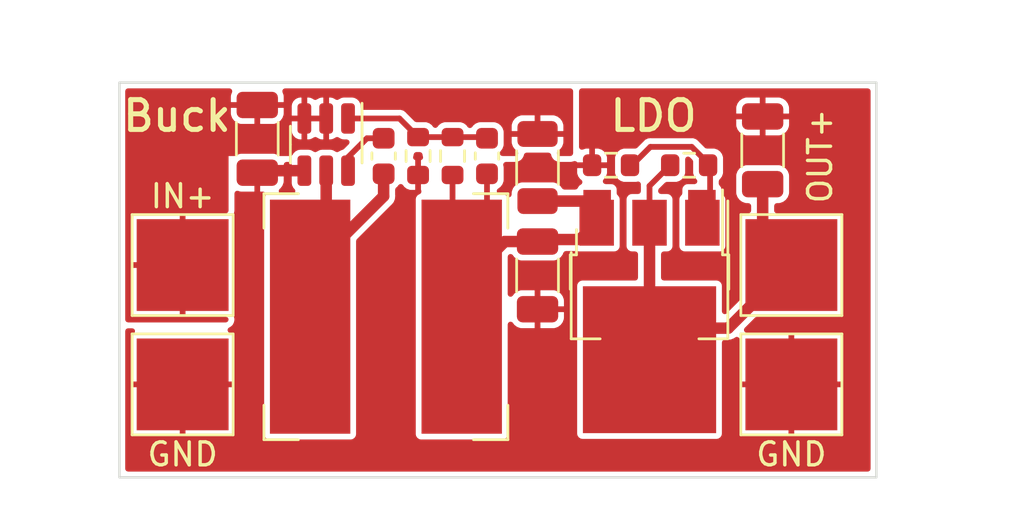
<source format=kicad_pcb>
(kicad_pcb (version 20211014) (generator pcbnew)
  (layers (0 "F.Cu" signal) (31 "B.Cu" signal) (34 "B.Paste" user) (35 "F.Paste" user) (36 "B.SilkS" user "B.Silkscreen") (37 "F.SilkS" user "F.Silkscreen") (38 "B.Mask" user) (39 "F.Mask" user) (44 "Edge.Cuts" user))
  (net 0 "")
  (net 1 "Net-(C1-Pad1)")
  (net 2 "GND")
  (net 3 "Net-(C101-Pad1)")
  (net 4 "Net-(C104-Pad1)")
  (net 5 "Net-(C104-Pad2)")
  (net 6 "Net-(C105-Pad1)")
  (net 7 "Net-(C105-Pad2)")
  (net 8 "Net-(R2-Pad1)")
  (footprint "TestPoint:TestPoint_Pad_4.0x4.0mm" (layer "F.Cu") (at 119.75 68.95)
    (fp_text reference "TP2" hide)
    (fp_text value "PAD")
    (fp_line (start -2.2 -2.2) (end 2.2 -2.2) (layer "F.SilkS") (width 0.12))
    (fp_line (start 2.2 2.2) (end -2.2 2.2) (layer "F.SilkS") (width 0.12))
    (fp_line (start -2.2 2.2) (end -2.2 -2.2) (layer "F.SilkS") (width 0.12))
    (fp_line (start 2.2 -2.2) (end 2.2 2.2) (layer "F.SilkS") (width 0.12))
    (pad "1" smd rect (at 0 0) (size 4 4) (layers "F.Cu" "F.Mask") (net 2 "GND"))
  )
  (footprint "TestPoint:TestPoint_Pad_4.0x4.0mm" (layer "F.Cu") (at 146.25 68.95)
    (fp_text reference "TP4" hide)
    (fp_text value "PAD")
    (fp_line (start 2.2 -2.2) (end 2.2 2.2) (layer "F.SilkS") (width 0.12))
    (fp_line (start -2.2 2.2) (end -2.2 -2.2) (layer "F.SilkS") (width 0.12))
    (fp_line (start 2.2 2.2) (end -2.2 2.2) (layer "F.SilkS") (width 0.12))
    (fp_line (start -2.2 -2.2) (end 2.2 -2.2) (layer "F.SilkS") (width 0.12))
    (pad "1" smd rect (at 0 0) (size 4 4) (layers "F.Cu" "F.Mask") (net 2 "GND"))
  )
  (footprint "Capacitor_SMD:C_1206_3216Metric" (layer "F.Cu") (at 123 58.25 -90)
    (fp_text reference "C101" hide)
    (fp_text value "10u 50V")
    (fp_line (start -0.711252 0.91) (end 0.711252 0.91) (layer "F.SilkS") (width 0.12))
    (fp_line (start -0.711252 -0.91) (end 0.711252 -0.91) (layer "F.SilkS") (width 0.12))
    (pad "1" smd roundrect (at -1.475 0 270) (size 1.15 1.8) (layers "F.Cu" "F.Paste" "F.Mask") (roundrect_rratio 0.2173913043) (net 3 "Net-(C101-Pad1)"))
    (pad "2" smd roundrect (at 1.475 0 270) (size 1.15 1.8) (layers "F.Cu" "F.Paste" "F.Mask") (roundrect_rratio 0.2173913043) (net 2 "GND"))
  )
  (footprint "Package_TO_SOT_SMD:SOT-223-3_TabPin2" (layer "F.Cu") (at 140.075 65.055 -90)
    (fp_text reference "U3" hide)
    (fp_text value "LM317_SOT-223")
    (fp_line (start 1.91 -3.41) (end 1.91 -2.15) (layer "F.SilkS") (width 0.12))
    (fp_line (start -4.1 -3.41) (end 1.91 -3.41) (layer "F.SilkS") (width 0.12))
    (fp_line (start -1.85 3.41) (end 1.91 3.41) (layer "F.SilkS") (width 0.12))
    (fp_line (start 1.91 3.41) (end 1.91 2.15) (layer "F.SilkS") (width 0.12))
    (pad "1" smd rect (at -3.15 -2.3 270) (size 2 1.5) (layers "F.Cu" "F.Paste" "F.Mask") (net 8 "Net-(R2-Pad1)"))
    (pad "2" smd rect (at -3.15 0 270) (size 2 1.5) (layers "F.Cu" "F.Paste" "F.Mask") (net 1 "Net-(C1-Pad1)"))
    (pad "2" smd rect (at 3.15 0 270) (size 2 3.8) (layers "F.Cu" "F.Paste" "F.Mask") (net 1 "Net-(C1-Pad1)"))
    (pad "3" smd rect (at -3.15 2.3 270) (size 2 1.5) (layers "F.Cu" "F.Paste" "F.Mask") (net 6 "Net-(C105-Pad1)"))
  )
  (footprint "Resistor_SMD:R_0603_1608Metric" (layer "F.Cu") (at 131.5 59 -90)
    (fp_text reference "R108" hide)
    (fp_text value "68k")
    (fp_line (start -0.237258 0.5225) (end 0.237258 0.5225) (layer "F.SilkS") (width 0.12))
    (fp_line (start -0.237258 -0.5225) (end 0.237258 -0.5225) (layer "F.SilkS") (width 0.12))
    (pad "1" smd roundrect (at -0.825 0 270) (size 0.8 0.95) (layers "F.Cu" "F.Paste" "F.Mask") (net 7 "Net-(C105-Pad2)"))
    (pad "2" smd roundrect (at 0.825 0 270) (size 0.8 0.95) (layers "F.Cu" "F.Paste" "F.Mask") (net 6 "Net-(C105-Pad1)"))
  )
  (footprint "Resistor_SMD:R_1206_3216Metric" (layer "F.Cu") (at 135.2 59.5 -90)
    (fp_text reference "R1" hide)
    (fp_text value "NM")
    (fp_line (start -0.727064 0.91) (end 0.727064 0.91) (layer "F.SilkS") (width 0.12))
    (fp_line (start -0.727064 -0.91) (end 0.727064 -0.91) (layer "F.SilkS") (width 0.12))
    (pad "1" smd roundrect (at -1.4625 0 270) (size 1.125 1.75) (layers "F.Cu" "F.Paste" "F.Mask") (roundrect_rratio 0.2222222222) (net 3 "Net-(C101-Pad1)"))
    (pad "2" smd roundrect (at 1.4625 0 270) (size 1.125 1.75) (layers "F.Cu" "F.Paste" "F.Mask") (roundrect_rratio 0.2222222222) (net 6 "Net-(C105-Pad1)"))
  )
  (footprint "Resistor_SMD:R_0603_1608Metric" (layer "F.Cu") (at 138.4 59.4)
    (fp_text reference "R3" hide)
    (fp_text value "13k")
    (fp_line (start -0.237258 0.5225) (end 0.237258 0.5225) (layer "F.SilkS") (width 0.12))
    (fp_line (start -0.237258 -0.5225) (end 0.237258 -0.5225) (layer "F.SilkS") (width 0.12))
    (pad "1" smd roundrect (at -0.825 0) (size 0.8 0.95) (layers "F.Cu" "F.Paste" "F.Mask") (net 2 "GND"))
    (pad "2" smd roundrect (at 0.825 0) (size 0.8 0.95) (layers "F.Cu" "F.Paste" "F.Mask") (net 8 "Net-(R2-Pad1)"))
  )
  (footprint "Resistor_SMD:R_0603_1608Metric" (layer "F.Cu") (at 130 59 90)
    (fp_text reference "R109" hide)
    (fp_text value "13k")
    (fp_line (start -0.237258 0.5225) (end 0.237258 0.5225) (layer "F.SilkS") (width 0.12))
    (fp_line (start -0.237258 -0.5225) (end 0.237258 -0.5225) (layer "F.SilkS") (width 0.12))
    (pad "1" smd roundrect (at -0.825 0 90) (size 0.8 0.95) (layers "F.Cu" "F.Paste" "F.Mask") (net 2 "GND"))
    (pad "2" smd roundrect (at 0.825 0 90) (size 0.8 0.95) (layers "F.Cu" "F.Paste" "F.Mask") (net 7 "Net-(C105-Pad2)"))
  )
  (footprint "Capacitor_SMD:C_1206_3216Metric" (layer "F.Cu") (at 135.2 64.2 -90)
    (fp_text reference "C106" hide)
    (fp_text value "22u 6V3")
    (fp_line (start -0.711252 0.91) (end 0.711252 0.91) (layer "F.SilkS") (width 0.12))
    (fp_line (start -0.711252 -0.91) (end 0.711252 -0.91) (layer "F.SilkS") (width 0.12))
    (pad "1" smd roundrect (at -1.475 0 270) (size 1.15 1.8) (layers "F.Cu" "F.Paste" "F.Mask") (roundrect_rratio 0.2173913043) (net 6 "Net-(C105-Pad1)"))
    (pad "2" smd roundrect (at 1.475 0 270) (size 1.15 1.8) (layers "F.Cu" "F.Paste" "F.Mask") (roundrect_rratio 0.2173913043) (net 2 "GND"))
  )
  (footprint "Package_TO_SOT_SMD:TSOT-23-6" (layer "F.Cu") (at 126 58.5 -90)
    (fp_text reference "U103" hide)
    (fp_text value "AP63200WU")
    (fp_line (start 0 -1.56) (end -1.8 -1.56) (layer "F.SilkS") (width 0.12))
    (fp_line (start 0 1.56) (end -0.8 1.56) (layer "F.SilkS") (width 0.12))
    (fp_line (start 0 1.56) (end 0.8 1.56) (layer "F.SilkS") (width 0.12))
    (fp_line (start 0 -1.56) (end 0.8 -1.56) (layer "F.SilkS") (width 0.12))
    (pad "1" smd roundrect (at -1.1375 -0.95 270) (size 1.325 0.6) (layers "F.Cu" "F.Paste" "F.Mask") (net 7 "Net-(C105-Pad2)"))
    (pad "2" smd roundrect (at -1.1375 0 270) (size 1.325 0.6) (layers "F.Cu" "F.Paste" "F.Mask") (net 3 "Net-(C101-Pad1)"))
    (pad "3" smd roundrect (at -1.1375 0.95 270) (size 1.325 0.6) (layers "F.Cu" "F.Paste" "F.Mask") (net 3 "Net-(C101-Pad1)"))
    (pad "4" smd roundrect (at 1.1375 0.95 270) (size 1.325 0.6) (layers "F.Cu" "F.Paste" "F.Mask") (net 2 "GND"))
    (pad "5" smd roundrect (at 1.1375 0 270) (size 1.325 0.6) (layers "F.Cu" "F.Paste" "F.Mask") (net 4 "Net-(C104-Pad1)"))
    (pad "6" smd roundrect (at 1.1375 -0.95 270) (size 1.325 0.6) (layers "F.Cu" "F.Paste" "F.Mask") (net 5 "Net-(C104-Pad2)"))
  )
  (footprint "Package_TO_SOT_SMD:TO-252-2" (layer "F.Cu") (at 140.075 65.775 -90)
    (fp_text reference "U2" hide)
    (fp_text value "LM317_TO-252")
    (fp_line (start -2.47 3.18) (end -3.57 3.18) (layer "F.SilkS") (width 0.12))
    (fp_line (start -0.97 3.45) (end -2.47 3.45) (layer "F.SilkS") (width 0.12))
    (fp_line (start -2.47 -3.18) (end -5.3 -3.18) (layer "F.SilkS") (width 0.12))
    (fp_line (start -2.47 -3.45) (end -2.47 -3.18) (layer "F.SilkS") (width 0.12))
    (fp_line (start -0.97 -3.45) (end -2.47 -3.45) (layer "F.SilkS") (width 0.12))
    (fp_line (start -2.47 3.45) (end -2.47 3.18) (layer "F.SilkS") (width 0.12))
    (pad "1" smd rect (at -4.2 -2.28 270) (size 2.2 1.2) (layers "F.Cu" "F.Paste" "F.Mask") (net 8 "Net-(R2-Pad1)"))
    (pad "2" smd rect (at 2.1 0 270) (size 6.4 5.8) (layers "F.Cu" "F.Mask") (net 1 "Net-(C1-Pad1)"))
    (pad "3" smd rect (at -4.2 2.28 270) (size 2.2 1.2) (layers "F.Cu" "F.Paste" "F.Mask") (net 6 "Net-(C105-Pad1)"))
  )
  (footprint "Capacitor_SMD:C_1206_3216Metric" (layer "F.Cu") (at 145 58.75 90)
    (fp_text reference "C1" hide)
    (fp_text value "22u 6V3")
    (fp_line (start -0.711252 -0.91) (end 0.711252 -0.91) (layer "F.SilkS") (width 0.12))
    (fp_line (start -0.711252 0.91) (end 0.711252 0.91) (layer "F.SilkS") (width 0.12))
    (pad "1" smd roundrect (at -1.475 0 90) (size 1.15 1.8) (layers "F.Cu" "F.Paste" "F.Mask") (roundrect_rratio 0.2173913043) (net 1 "Net-(C1-Pad1)"))
    (pad "2" smd roundrect (at 1.475 0 90) (size 1.15 1.8) (layers "F.Cu" "F.Paste" "F.Mask") (roundrect_rratio 0.2173913043) (net 2 "GND"))
  )
  (footprint "TestPoint:TestPoint_Pad_4.0x4.0mm" (layer "F.Cu") (at 146.25 63.75)
    (fp_text reference "TP3" hide)
    (fp_text value "PAD")
    (fp_line (start 2.2 2.2) (end -2.2 2.2) (layer "F.SilkS") (width 0.12))
    (fp_line (start -2.2 2.2) (end -2.2 -2.2) (layer "F.SilkS") (width 0.12))
    (fp_line (start 2.2 -2.2) (end 2.2 2.2) (layer "F.SilkS") (width 0.12))
    (fp_line (start -2.2 -2.2) (end 2.2 -2.2) (layer "F.SilkS") (width 0.12))
    (pad "1" smd rect (at 0 0) (size 4 4) (layers "F.Cu" "F.Mask") (net 1 "Net-(C1-Pad1)"))
  )
  (footprint "Capacitor_SMD:C_0603_1608Metric" (layer "F.Cu") (at 133 59 90)
    (fp_text reference "C105" hide)
    (fp_text value "100p 6V3")
    (fp_line (start -0.14058 -0.51) (end 0.14058 -0.51) (layer "F.SilkS") (width 0.12))
    (fp_line (start -0.14058 0.51) (end 0.14058 0.51) (layer "F.SilkS") (width 0.12))
    (pad "1" smd roundrect (at -0.775 0 90) (size 0.9 0.95) (layers "F.Cu" "F.Paste" "F.Mask") (net 6 "Net-(C105-Pad1)"))
    (pad "2" smd roundrect (at 0.775 0 90) (size 0.9 0.95) (layers "F.Cu" "F.Paste" "F.Mask") (net 7 "Net-(C105-Pad2)"))
  )
  (footprint "Capacitor_SMD:C_0603_1608Metric" (layer "F.Cu") (at 128.5 59 90)
    (fp_text reference "C104" hide)
    (fp_text value "100n 50V")
    (fp_line (start -0.14058 0.51) (end 0.14058 0.51) (layer "F.SilkS") (width 0.12))
    (fp_line (start -0.14058 -0.51) (end 0.14058 -0.51) (layer "F.SilkS") (width 0.12))
    (pad "1" smd roundrect (at -0.775 0 90) (size 0.9 0.95) (layers "F.Cu" "F.Paste" "F.Mask") (net 4 "Net-(C104-Pad1)"))
    (pad "2" smd roundrect (at 0.775 0 90) (size 0.9 0.95) (layers "F.Cu" "F.Paste" "F.Mask") (net 5 "Net-(C104-Pad2)"))
  )
  (footprint "TestPoint:TestPoint_Pad_4.0x4.0mm" (layer "F.Cu") (at 119.75 63.75)
    (fp_text reference "TP1" hide)
    (fp_text value "PAD")
    (fp_line (start -2.2 -2.2) (end 2.2 -2.2) (layer "F.SilkS") (width 0.12))
    (fp_line (start -2.2 2.2) (end -2.2 -2.2) (layer "F.SilkS") (width 0.12))
    (fp_line (start 2.2 2.2) (end -2.2 2.2) (layer "F.SilkS") (width 0.12))
    (fp_line (start 2.2 -2.2) (end 2.2 2.2) (layer "F.SilkS") (width 0.12))
    (pad "1" smd rect (at 0 0) (size 4 4) (property pad_prop_heatsink) (layers "F.Cu" "F.Mask") (net 3 "Net-(C101-Pad1)"))
  )
  (footprint "Inductor_SMD:L_Bourns-SRN1060" (layer "F.Cu") (at 128.6 66)
    (fp_text reference "L101" hide)
    (fp_text value "SRN1060-100M")
    (fp_line (start 5.31 -5.36) (end 5.31 -3.86) (layer "F.SilkS") (width 0.12))
    (fp_line (start -5.31 -5.36) (end -5.31 -3.86) (layer "F.SilkS") (width 0.12))
    (fp_line (start 5.31 5.36) (end 5.31 3.86) (layer "F.SilkS") (width 0.12))
    (fp_line (start -5.31 -5.36) (end -3.81 -5.36) (layer "F.SilkS") (width 0.12))
    (fp_line (start 5.31 5.36) (end 3.81 5.36) (layer "F.SilkS") (width 0.12))
    (fp_line (start -5.31 5.36) (end -3.81 5.36) (layer "F.SilkS") (width 0.12))
    (fp_line (start -5.31 5.36) (end -5.31 3.86) (layer "F.SilkS") (width 0.12))
    (fp_line (start 5.31 -5.36) (end 3.81 -5.36) (layer "F.SilkS") (width 0.12))
    (pad "1" smd rect (at -3.3 0) (size 3.5 10.2) (layers "F.Cu" "F.Paste" "F.Mask") (net 4 "Net-(C104-Pad1)"))
    (pad "2" smd rect (at 3.3 0) (size 3.5 10.2) (layers "F.Cu" "F.Paste" "F.Mask") (net 6 "Net-(C105-Pad1)"))
  )
  (footprint "Resistor_SMD:R_0603_1608Metric" (layer "F.Cu") (at 141.8 59.4 180)
    (fp_text reference "R2" hide)
    (fp_text value "68k")
    (fp_line (start -0.237258 0.5225) (end 0.237258 0.5225) (layer "F.SilkS") (width 0.12))
    (fp_line (start -0.237258 -0.5225) (end 0.237258 -0.5225) (layer "F.SilkS") (width 0.12))
    (pad "1" smd roundrect (at -0.825 0 180) (size 0.8 0.95) (layers "F.Cu" "F.Paste" "F.Mask") (net 8 "Net-(R2-Pad1)"))
    (pad "2" smd roundrect (at 0.825 0 180) (size 0.8 0.95) (layers "F.Cu" "F.Paste" "F.Mask") (net 1 "Net-(C1-Pad1)"))
  )
  (gr_rect (start 117 55.8) (end 149.95 73) (layer "Edge.Cuts") (width 0.1) (fill none))
  (gr_text "LDO" (at 140.25 57.25) (layer "F.SilkS") (effects (font (size 1.3 1.3) (thickness 0.22))))
  (gr_text "Buck" (at 119.5 57.25) (layer "F.SilkS") (effects (font (size 1.3 1.3) (thickness 0.22))))
  (gr_text "OUT+" (at 147.5 59 90) (layer "F.SilkS") (effects (font (size 1 1))))
  (gr_text "GND" (at 146.25 72) (layer "F.SilkS") (effects (font (size 1 1))))
  (gr_text "IN+" (at 119.75 60.75) (layer "F.SilkS") (effects (font (size 1 1))))
  (gr_text "GND" (at 119.75 72) (layer "F.SilkS") (effects (font (size 1 1))))
  (segment (start 140.975 59.4) (end 140.075 60.3) (width 0.25) (layer "F.Cu") (net 1))
  (segment (start 145 60.225) (end 145 62.5) (width 0.5) (layer "F.Cu") (net 1))
  (segment (start 140.075 60.3) (end 140.075 61.905) (width 0.25) (layer "F.Cu") (net 1))
  (segment (start 144.775 62.275) (end 146.25 63.75) (width 0.5) (layer "F.Cu") (net 1))
  (segment (start 140.075 61.905) (end 140.075 67.875) (width 0.5) (layer "F.Cu") (net 1))
  (segment (start 145 62.5) (end 146.25 63.75) (width 0.5) (layer "F.Cu") (net 1))
  (segment (start 143.5 66.5) (end 141.45 66.5) (width 0.5) (layer "F.Cu") (net 1))
  (segment (start 146.25 63.75) (end 143.5 66.5) (width 0.5) (layer "F.Cu") (net 1))
  (segment (start 141.45 66.5) (end 140.075 67.875) (width 0.5) (layer "F.Cu") (net 1))
  (segment (start 123.0875 59.6375) (end 123 59.725) (width 0.5) (layer "F.Cu") (net 2))
  (segment (start 125.05 59.6375) (end 123.0875 59.6375) (width 0.5) (layer "F.Cu") (net 2))
  (segment (start 126 59.6375) (end 126 65.3) (width 0.5) (layer "F.Cu") (net 4))
  (segment (start 126 65.3) (end 125.3 66) (width 0.5) (layer "F.Cu") (net 4))
  (segment (start 128.5 59.775) (end 128.5 60.75) (width 0.5) (layer "F.Cu") (net 4))
  (segment (start 128.5 60.75) (end 125.3 63.95) (width 0.5) (layer "F.Cu") (net 4))
  (segment (start 125.3 63.95) (end 125.3 66) (width 0.5) (layer "F.Cu") (net 4))
  (segment (start 126.95 59.05) (end 127.775 58.225) (width 0.25) (layer "F.Cu") (net 5))
  (segment (start 127.775 58.225) (end 128.5 58.225) (width 0.25) (layer "F.Cu") (net 5))
  (segment (start 126.95 59.6375) (end 126.95 59.05) (width 0.25) (layer "F.Cu") (net 5))
  (segment (start 137.0425 62.6375) (end 137.775 61.905) (width 0.5) (layer "F.Cu") (net 6))
  (segment (start 137.795 61.575) (end 137.795 61.295) (width 0.5) (layer "F.Cu") (net 6))
  (segment (start 135.2 62.6375) (end 137.0425 62.6375) (width 0.5) (layer "F.Cu") (net 6))
  (segment (start 135.2 62.725) (end 133.775 62.725) (width 0.5) (layer "F.Cu") (net 6))
  (segment (start 131.9 64.6) (end 131.9 66) (width 0.5) (layer "F.Cu") (net 6))
  (segment (start 131.9 64.3) (end 131.9 66) (width 0.25) (layer "F.Cu") (net 6))
  (segment (start 133 64.9) (end 131.9 66) (width 0.25) (layer "F.Cu") (net 6))
  (segment (start 137.1825 60.9625) (end 137.795 61.575) (width 0.5) (layer "F.Cu") (net 6))
  (segment (start 135.2 60.9625) (end 137.1825 60.9625) (width 0.5) (layer "F.Cu") (net 6))
  (segment (start 133.775 62.725) (end 131.9 64.6) (width 0.5) (layer "F.Cu") (net 6))
  (segment (start 133 59.775) (end 133 64.9) (width 0.25) (layer "F.Cu") (net 6))
  (segment (start 137.775 61.775) (end 137.775 61.905) (width 0.25) (layer "F.Cu") (net 6))
  (segment (start 137.695 61.905) (end 137.775 61.905) (width 0.25) (layer "F.Cu") (net 6))
  (segment (start 131.5 65.6) (end 131.9 66) (width 0.25) (layer "F.Cu") (net 6))
  (segment (start 131.5 59.825) (end 131.5 65.6) (width 0.25) (layer "F.Cu") (net 6))
  (segment (start 130.6 64.7) (end 131.9 66) (width 0.25) (layer "F.Cu") (net 6))
  (segment (start 132.95 58.175) (end 133 58.225) (width 0.25) (layer "F.Cu") (net 7))
  (segment (start 126.95 57.3625) (end 129.1875 57.3625) (width 0.25) (layer "F.Cu") (net 7))
  (segment (start 130 58.175) (end 132.95 58.175) (width 0.25) (layer "F.Cu") (net 7))
  (segment (start 129.1875 57.3625) (end 130 58.175) (width 0.25) (layer "F.Cu") (net 7))
  (segment (start 139.3125 59.4) (end 140.1125 58.6) (width 0.25) (layer "F.Cu") (net 8))
  (segment (start 140.1125 58.6) (end 141.9125 58.6) (width 0.25) (layer "F.Cu") (net 8))
  (segment (start 141.9125 58.6) (end 142.7125 59.4) (width 0.25) (layer "F.Cu") (net 8))
  (segment (start 142.7125 61.2175) (end 142.355 61.575) (width 0.25) (layer "F.Cu") (net 8))
  (segment (start 142.7125 59.4) (end 142.7125 61.2175) (width 0.25) (layer "F.Cu") (net 8))
  (zone (net 2) (net_name "GND") (layer "F.Cu") (connect_pads (clearance 0.25)) (min_thickness 0.25) (fill yes (thermal_gap 0.25) (thermal_bridge_width 0.25))
    (polygon (pts (xy 156.4 74.2) (xy 111.8 74.2) (xy 111.8 52.2) (xy 156.4 52.2)))
  )
  (zone (net 3) (net_name "Net-(C101-Pad1)") (layer "F.Cu") (priority 3) (connect_pads (clearance 0.25)) (min_thickness 0.25) (fill yes (thermal_gap 0.25) (thermal_bridge_width 0.25))
    (polygon (pts (xy 136.75 59) (xy 121.75 59) (xy 121.75 66.25) (xy 116.75 66.25) (xy 116.75 55.5) (xy 136.75 55.5)))
  )
)
</source>
